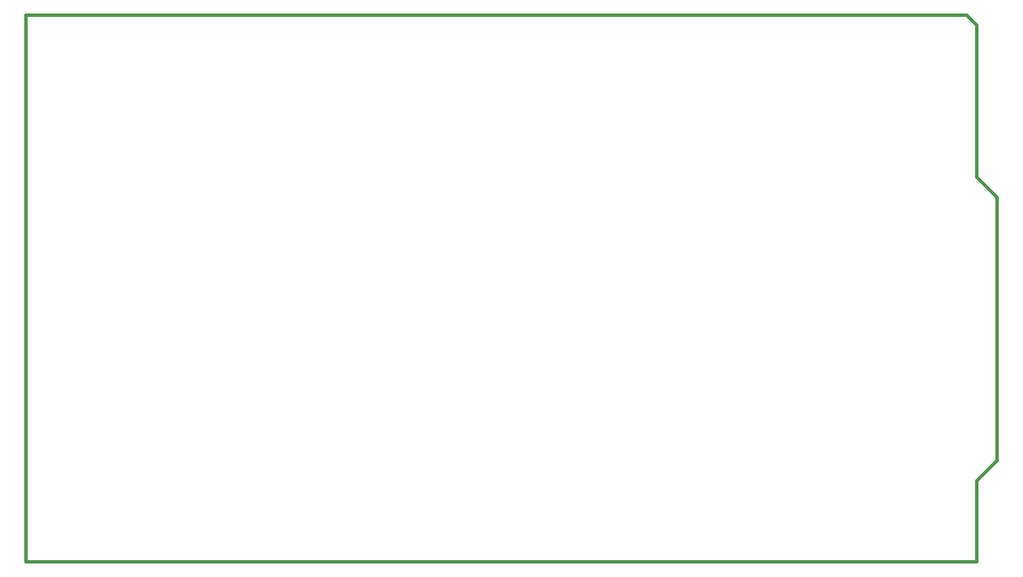
<source format=gbr>
G04 #@! TF.FileFunction,Other,Comment*
%FSLAX46Y46*%
G04 Gerber Fmt 4.6, Leading zero omitted, Abs format (unit mm)*
G04 Created by KiCad (PCBNEW 4.0.6) date Tuesday 10. October 2017 13:08:52*
%MOMM*%
%LPD*%
G01*
G04 APERTURE LIST*
%ADD10C,0.100000*%
%ADD11C,0.381000*%
G04 APERTURE END LIST*
D10*
D11*
X246380000Y-86360000D02*
X246380000Y-67310000D01*
X246380000Y-67310000D02*
X245110000Y-66040000D01*
X245110000Y-66040000D02*
X127000000Y-66040000D01*
X246380000Y-134620000D02*
X127000000Y-134620000D01*
X127000000Y-134620000D02*
X127000000Y-66040000D01*
X246380000Y-86360000D02*
X248920000Y-88900000D01*
X248920000Y-88900000D02*
X248920000Y-121920000D01*
X248920000Y-121920000D02*
X246380000Y-124460000D01*
X246380000Y-124460000D02*
X246380000Y-134620000D01*
M02*

</source>
